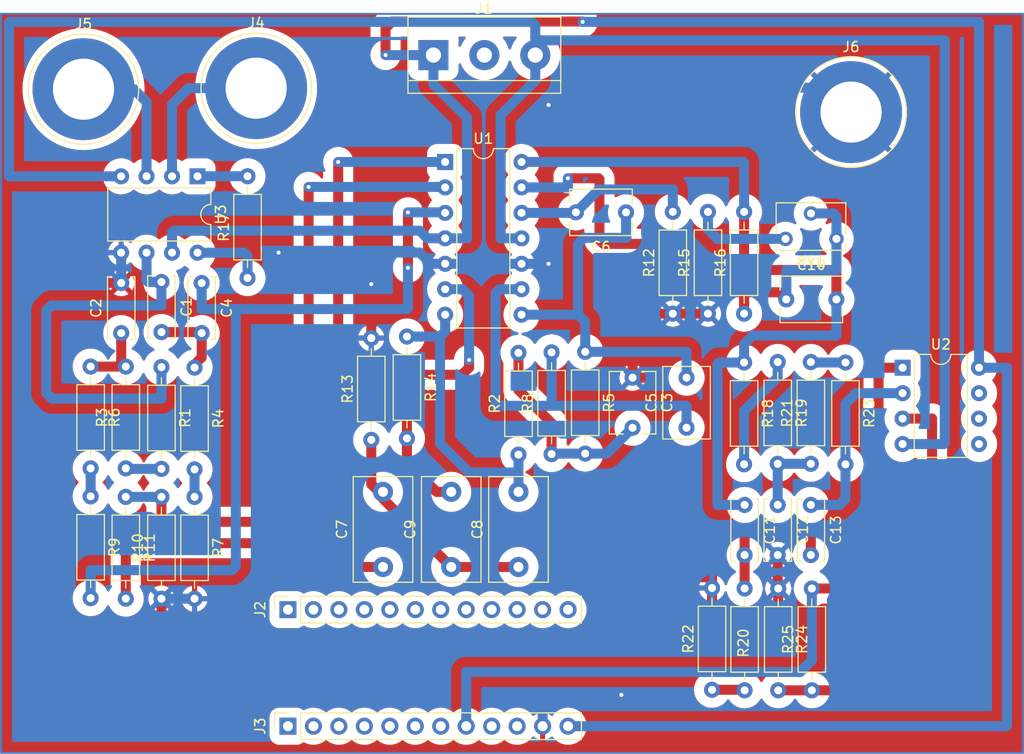
<source format=kicad_pcb>
(kicad_pcb (version 20211014) (generator pcbnew)
  (layers (0 "F.Cu" signal) (31 "B.Cu" signal) (34 "B.Paste" user) (35 "F.Paste" user) (36 "B.SilkS" user "B.Silkscreen") (37 "F.SilkS" user "F.Silkscreen") (38 "B.Mask" user) (39 "F.Mask" user) (44 "Edge.Cuts" user))
  (net 0 "")
  (net 1 "/Entrada")
  (net 2 "Net-(C1-Pad2)")
  (net 3 "Net-(C2-Pad1)")
  (net 4 "GND")
  (net 5 "/Notch1")
  (net 6 "/HPF")
  (net 7 "Net-(C7-Pad2)")
  (net 8 "/LPF")
  (net 9 "Net-(C9-Pad2)")
  (net 10 "Net-(C10-Pad1)")
  (net 11 "/HPF2")
  (net 12 "Net-(C11-Pad2)")
  (net 13 "Net-(C12-Pad1)")
  (net 14 "Net-(C13-Pad1)")
  (net 15 "/V+")
  (net 16 "/V-")
  (net 26 "Net-(R4-Pad2)")
  (net 27 "Net-(R17-Pad2)")
  (net 28 "/Salida")
  (net 41 "/Entrada1")
  (net 42 "/Entrada2")
  (net 43 "Net-(R1-Pad2)")
  (net 44 "Net-(R20-Pad2)")
  (net 45 "Net-(R21-Pad2)")
  (net 46 "Net-(R24-Pad2)")
  (net 48 "Net-(C3-Pad2)")
  (net 49 "Net-(C4-Pad1)")
  (net 50 "Net-(C5-Pad1)")
  (net 51 "Net-(C6-Pad2)")
  (net 52 "Net-(R6-Pad2)")
  (net 53 "Net-(R10-Pad2)")
  (net 54 "Net-(R15-Pad2)")
  (net 55 "Net-(R17-Pad1)")
  (net 56 "Net-(R18-Pad2)")
  (footprint "Capacitor_THT:C_Disc_D6.0mm_W4.4mm_P5.00mm" (layer "F.Cu") (at 83.0072 111.9016 -90)
    (fp_text reference "C3")
    (fp_text value "C")
  )
  (footprint "Resistor_THT:R_Axial_DIN0207_L6.3mm_D2.5mm_P10.16mm_Horizontal" (layer "F.Cu") (at 100.8888 143.1036 90)
    (fp_text reference "R25")
    (fp_text value "R")
  )
  (footprint "Package_DIP:DIP-14_W7.62mm" (layer "F.Cu") (at 64.3128 90.3732)
    (fp_text reference "U1")
    (fp_text value "LM324")
  )
  (footprint "Resistor_THT:R_Axial_DIN0207_L6.3mm_D2.5mm_P10.16mm_Horizontal" (layer "F.Cu") (at 94.1324 110.3884 -90)
    (fp_text reference "R18")
    (fp_text value "R")
  )
  (footprint "Connector_PinSocket_2.54mm:PinSocket_1x12_P2.54mm_Vertical" (layer "F.Cu") (at 48.6356 146.6854 90)
    (fp_text reference "J3")
    (fp_text value "Conn_01x12_Female")
  )
  (footprint "Resistor_THT:R_Axial_DIN0207_L6.3mm_D2.5mm_P10.16mm_Horizontal" (layer "F.Cu") (at 94.1324 105.5116 90)
    (fp_text reference "R16")
    (fp_text value "R")
  )
  (footprint "Resistor_THT:R_Axial_DIN0207_L6.3mm_D2.5mm_P10.16mm_Horizontal" (layer "F.Cu") (at 36.0172 110.8456 -90)
    (fp_text reference "R1")
    (fp_text value "R")
  )
  (footprint "Capacitor_THT:C_Disc_D6.0mm_W2.5mm_P5.00mm" (layer "F.Cu") (at 97.4852 124.6016 -90)
    (fp_text reference "C12")
    (fp_text value "C")
  )
  (footprint "Capacitor_THT:C_Disc_D6.0mm_W2.5mm_P5.00mm" (layer "F.Cu") (at 40.0304 102.4528 -90)
    (fp_text reference "C4")
    (fp_text value "C")
  )
  (footprint "Resistor_THT:R_Axial_DIN0207_L6.3mm_D2.5mm_P10.16mm_Horizontal" (layer "F.Cu") (at 94.1832 132.9436 -90)
    (fp_text reference "R20")
    (fp_text value "4M7")
  )
  (footprint "Capacitor_THT:C_Rect_L10.3mm_W5.7mm_P7.50mm_MKS4" (layer "F.Cu") (at 71.628 130.7958 90)
    (fp_text reference "C8")
    (fp_text value "C")
  )
  (footprint "Resistor_THT:R_Axial_DIN0207_L6.3mm_D2.5mm_P10.16mm_Horizontal" (layer "F.Cu") (at 87.0204 105.5116 90)
    (fp_text reference "R12")
    (fp_text value "R")
  )
  (footprint "Resistor_THT:R_Axial_DIN0207_L6.3mm_D2.5mm_P10.16mm_Horizontal" (layer "F.Cu") (at 97.4852 110.3376 -90)
    (fp_text reference "R19")
    (fp_text value "R")
  )
  (footprint "Capacitor_THT:C_Disc_D6.0mm_W4.4mm_P5.00mm" (layer "F.Cu") (at 82.3576 95.4024 180)
    (fp_text reference "C6")
    (fp_text value "C")
  )
  (footprint "Package_DIP:DIP-8_W7.62mm" (layer "F.Cu") (at 109.9412 110.9064)
    (fp_text reference "U2")
    (fp_text value "LM358")
  )
  (footprint "TerminalBlock:TerminalBlock_bornier-3_P5.08mm" (layer "F.Cu") (at 63.1444 79.7052)
    (fp_text reference "J1")
    (fp_text value "Screw_Terminal_01x03")
  )
  (footprint "Resistor_THT:R_Axial_DIN0207_L6.3mm_D2.5mm_P10.16mm_Horizontal" (layer "F.Cu") (at 39.3192 123.7996 -90)
    (fp_text reference "R7")
    (fp_text value "1M2")
  )
  (footprint "Resistor_THT:R_Axial_DIN0207_L6.3mm_D2.5mm_P10.16mm_Horizontal" (layer "F.Cu") (at 71.628 119.5832 90)
    (fp_text reference "R2")
    (fp_text value "R")
  )
  (footprint "Resistor_THT:R_Axial_DIN0207_L6.3mm_D2.5mm_P10.16mm_Horizontal" (layer "F.Cu") (at 90.932 143.0528 90)
    (fp_text reference "R22")
    (fp_text value "1M2")
  )
  (footprint "Resistor_THT:R_Axial_DIN0207_L6.3mm_D2.5mm_P10.16mm_Horizontal" (layer "F.Cu") (at 104.2416 110.3884 -90)
    (fp_text reference "R23")
    (fp_text value "R")
  )
  (footprint "Capacitor_THT:C_Disc_D6.0mm_W4.4mm_P5.00mm" (layer "F.Cu") (at 98.338 104.0892)
    (fp_text reference "C10")
    (fp_text value "C")
  )
  (footprint "Resistor_THT:R_Axial_DIN0207_L6.3mm_D2.5mm_P10.16mm_Horizontal" (layer "F.Cu") (at 60.5028 107.7976 -90)
    (fp_text reference "R14")
    (fp_text value "R")
  )
  (footprint "Capacitor_THT:C_Rect_L10.3mm_W5.7mm_P7.50mm_MKS4" (layer "F.Cu") (at 58.1152 130.7958 90)
    (fp_text reference "C7")
    (fp_text value "C")
  )
  (footprint "Capacitor_THT:C_Rect_L7.0mm_W4.5mm_P5.00mm" (layer "F.Cu") (at 88.392 116.9016 90)
    (fp_text reference "C5")
    (fp_text value "C")
  )
  (footprint "Connector:Banana_Jack_1Pin" (layer "F.Cu") (at 28.2448 83.1088)
    (fp_text reference "J5")
    (fp_text value "Conn_01x01_Female")
  )
  (footprint "Resistor_THT:R_Axial_DIN0207_L6.3mm_D2.5mm_P10.16mm_Horizontal" (layer "F.Cu") (at 56.9468 118.11 90)
    (fp_text reference "R13")
    (fp_text value "R")
  )
  (footprint "Capacitor_THT:C_Disc_D6.0mm_W2.5mm_P5.00mm" (layer "F.Cu") (at 36.0172 102.3512 -90)
    (fp_text reference "C1")
    (fp_text value "C")
  )
  (footprint "Connector_PinSocket_2.54mm:PinSocket_1x12_P2.54mm_Vertical" (layer "F.Cu") (at 48.6356 135.0522 90)
    (fp_text reference "J2")
    (fp_text value "Conn_01x12_Female")
  )
  (footprint "Resistor_THT:R_Axial_DIN0207_L6.3mm_D2.5mm_P10.16mm_Horizontal" (layer "F.Cu") (at 28.956 110.7948 -90)
    (fp_text reference "R6")
    (fp_text value "R")
  )
  (footprint "Resistor_THT:R_Axial_DIN0207_L6.3mm_D2.5mm_P10.16mm_Horizontal" (layer "F.Cu") (at 90.5256 105.5116 90)
    (fp_text reference "R15")
    (fp_text value "R")
  )
  (footprint "Resistor_THT:R_Axial_DIN0207_L6.3mm_D2.5mm_P10.16mm_Horizontal" (layer "F.Cu") (at 39.3192 110.8964 -90)
    (fp_text reference "R4")
    (fp_text value "4M7")
  )
  (footprint "Resistor_THT:R_Axial_DIN0207_L6.3mm_D2.5mm_P10.16mm_Horizontal" (layer "F.Cu") (at 28.956 123.7488 -90)
    (fp_text reference "R9")
    (fp_text value "R")
  )
  (footprint "Resistor_THT:R_Axial_DIN0207_L6.3mm_D2.5mm_P10.16mm_Horizontal" (layer "F.Cu") (at 44.6024 101.9556 90)
    (fp_text reference "R17")
    (fp_text value "R")
  )
  (footprint "Capacitor_THT:C_Disc_D6.0mm_W2.5mm_P5.00mm" (layer "F.Cu") (at 32.004 107.4528 90)
    (fp_text reference "C2")
    (fp_text value "C")
  )
  (footprint "Connector:Banana_Jack_1Pin" (layer "F.Cu") (at 45.466 83.0072)
    (fp_text reference "J4")
    (fp_text value "Conn_01x01_Female")
  )
  (footprint "Resistor_THT:R_Axial_DIN0207_L6.3mm_D2.5mm_P10.16mm_Horizontal" (layer "F.Cu") (at 32.4612 123.7996 -90)
    (fp_text reference "R11")
    (fp_text value "R")
  )
  (footprint "Connector:Banana_Jack_1Pin" (layer "F.Cu") (at 104.8004 85.3948)
    (fp_text reference "J6")
    (fp_text value "Conn_01x01_Female")
  )
  (footprint "Capacitor_THT:C_Disc_D6.0mm_W2.5mm_P5.00mm" (layer "F.Cu") (at 94.1832 124.6016 -90)
    (fp_text reference "C11")
    (fp_text value "C")
  )
  (footprint "Resistor_THT:R_Axial_DIN0207_L6.3mm_D2.5mm_P10.16mm_Horizontal" (layer "F.Cu") (at 97.536 132.9436 -90)
    (fp_text reference "R24")
    (fp_text value "R")
  )
  (footprint "Capacitor_THT:C_Rect_L10.3mm_W5.7mm_P7.50mm_MKS4" (layer "F.Cu") (at 64.9224 130.7958 90)
    (fp_text reference "C9")
    (fp_text value "C")
  )
  (footprint "Resistor_THT:R_Axial_DIN0207_L6.3mm_D2.5mm_P10.16mm_Horizontal" (layer "F.Cu") (at 32.4612 120.9548 90)
    (fp_text reference "R3")
    (fp_text value "R")
  )
  (footprint "Potentiometer_THT:Potentiometer_Bourns_3266W_Vertical" (layer "F.Cu") (at 98.2622 98.0498 180)
    (fp_text reference "RV1")
    (fp_text value "R_Potentiometer")
  )
  (footprint "Resistor_THT:R_Axial_DIN0207_L6.3mm_D2.5mm_P10.16mm_Horizontal" (layer "F.Cu") (at 36.0172 133.9596 90)
    (fp_text reference "R10")
    (fp_text value "R")
  )
  (footprint "Package_DIP:DIP-8_W7.62mm" (layer "F.Cu") (at 39.614 91.8056 -90)
    (fp_text reference "U3")
    (fp_text value "AD620")
  )
  (footprint "Resistor_THT:R_Axial_DIN0207_L6.3mm_D2.5mm_P10.16mm_Horizontal" (layer "F.Cu") (at 100.7872 120.4976 90)
    (fp_text reference "R21")
    (fp_text value "R")
  )
  (footprint "Resistor_THT:R_Axial_DIN0207_L6.3mm_D2.5mm_P10.16mm_Horizontal" (layer "F.Cu") (at 74.93 119.5324 90)
    (fp_text reference "R8")
    (fp_text value "R")
  )
  (footprint "Capacitor_THT:C_Disc_D6.0mm_W2.5mm_P5.00mm" (layer "F.Cu") (at 100.7872 124.6016 -90)
    (fp_text reference "C13")
    (fp_text value "C")
  )
  (footprint "Resistor_THT:R_Axial_DIN0207_L6.3mm_D2.5mm_P10.16mm_Horizontal" (layer "F.Cu") (at 78.2828 109.3216 -90)
    (fp_text reference "R5")
    (fp_text value "R")
  )
  (gr_rect (start 20.0152 75.5904) (end 121.9708 149.352) (layer "B.Cu") (width 0.2) (fill none))
  (segment (start 36.0172 113.9952) (end 25.0952 113.9952) (width 1) (layer "B.Cu") (net 1))
  (segment (start 36.0172 104.6988) (end 25.0444 104.6988) (width 1) (layer "B.Cu") (net 1))
  (segment (start 36.0172 102.3512) (end 34.7072 102.3512) (width 1) (layer "B.Cu") (net 1))
  (segment (start 25.0444 104.6988) (end 24.5364 105.2068) (width 1) (layer "B.Cu") (net 1))
  (segment (start 25.0952 113.9952) (end 24.5364 113.4364) (width 1) (layer "B.Cu") (net 1))
  (segment (start 24.5364 105.2068) (end 24.5364 113.4364) (width 1) (layer "B.Cu") (net 1))
  (segment (start 36.0172 102.3512) (end 36.0172 104.6988) (width 1) (layer "B.Cu") (net 1))
  (segment (start 34.534 102.178) (end 34.534 99.4256) (width 1) (layer "B.Cu") (net 1))
  (segment (start 36.0172 110.8456) (end 36.0172 113.9952) (width 1) (layer "B.Cu") (net 1))
  (segment (start 34.7072 102.3512) (end 34.534 102.178) (width 1) (layer "B.Cu") (net 1))
  (segment (start 39.3192 110.5916) (end 40.0304 109.8804) (width 1) (layer "F.Cu") (net 2))
  (segment (start 39.9288 107.3512) (end 40.0304 107.4528) (width 1) (layer "F.Cu") (net 2))
  (segment (start 39.3192 110.8964) (end 39.3192 110.5916) (width 1) (layer "F.Cu") (net 2))
  (segment (start 36.0172 107.3512) (end 39.9288 107.3512) (width 1) (layer "F.Cu") (net 2))
  (segment (start 40.0304 109.8804) (end 40.0304 107.4528) (width 1) (layer "F.Cu") (net 2))
  (segment (start 32.004 110.3376) (end 32.4612 110.7948) (width 1) (layer "F.Cu") (net 3))
  (segment (start 32.004 107.4528) (end 32.004 110.3376) (width 1) (layer "F.Cu") (net 3))
  (segment (start 32.4612 110.7948) (end 28.956 110.7948) (width 1) (layer "F.Cu") (net 3))
  (segment (start 22.0072 136.5104) (end 22.8092 137.3124) (width 1) (layer "F.Cu") (net 4))
  (segment (start 85.9028 131.826) (end 85.9028 111.9124) (width 1) (layer "F.Cu") (net 4))
  (segment (start 74.6252 100.5332) (end 74.6252 84.6836) (width 1) (layer "F.Cu") (net 4))
  (segment (start 35.4584 137.3124) (end 36.0172 136.7536) (width 1) (layer "F.Cu") (net 4))
  (segment (start 47.7012 97.2312) (end 47.1932 96.7232) (width 1) (layer "F.Cu") (net 4))
  (segment (start 97.4852 132.8928) (end 97.536 132.9436) (width 1) (layer "F.Cu") (net 4))
  (segment (start 90.932 136.1948) (end 91.1352 136.398) (width 1) (layer "F.Cu") (net 4))
  (segment (start 82.042 131.826) (end 85.9028 131.826) (width 1) (layer "F.Cu") (net 4))
  (segment (start 90.932 131.826) (end 85.9028 131.826) (width 1) (layer "F.Cu") (net 4))
  (segment (start 82.1944 100.5332) (end 74.6252 100.5332) (width 1) (layer "F.Cu") (net 4))
  (segment (start 83.0072 101.346) (end 82.1944 100.5332) (width 1) (layer "F.Cu") (net 4))
  (segment (start 22.0072 102.4528) (end 22.0072 136.5104) (width 1) (layer "F.Cu") (net 4))
  (segment (start 83.0072 105.3084) (end 83.0072 101.346) (width 1) (layer "F.Cu") (net 4))
  (segment (start 22.8092 137.3124) (end 35.4584 137.3124) (width 1) (layer "F.Cu") (net 4))
  (segment (start 47.1932 96.7232) (end 28.6004 96.7232) (width 1) (layer "F.Cu") (net 4))
  (segment (start 97.536 135.8392) (end 97.536 132.9436) (width 1) (layer "F.Cu") (net 4))
  (segment (start 83.2104 105.5116) (end 83.0072 105.3084) (width 1) (layer "F.Cu") (net 4))
  (segment (start 32.004 102.4528) (end 27.9508 102.4528) (width 1) (layer "F.Cu") (net 4))
  (segment (start 36.0172 136.7536) (end 36.0172 133.9596) (width 1) (layer "F.Cu") (net 4))
  (segment (start 56.9468 107.95) (end 56.9468 102.5652) (width 1) (layer "F.Cu") (net 4))
  (segment (start 47.7012 99.4156) (end 47.7012 97.2312) (width 1) (layer "F.Cu") (net 4))
  (segment (start 85.892 111.9016) (end 85.9028 111.9124) (width 1) (layer "F.Cu") (net 4))
  (segment (start 28.6004 96.7232) (end 27.9508 97.3728) (width 1) (layer "F.Cu") (net 4))
  (segment (start 83.0072 111.9016) (end 83.0072 105.3084) (width 1) (layer "F.Cu") (net 4))
  (segment (start 90.932 132.8928) (end 90.932 131.826) (width 1) (layer "F.Cu") (net 4))
  (segment (start 97.4852 129.6016) (end 97.4852 132.8928) (width 1) (layer "F.Cu") (net 4))
  (segment (start 81.8896 143.5608) (end 81.8896 131.9784) (width 1) (layer "F.Cu") (net 4))
  (segment (start 90.932 132.8928) (end 90.932 136.1948) (width 1) (layer "F.Cu") (net 4))
  (segment (start 27.9508 97.3728) (end 27.9508 102.4528) (width 1) (layer "F.Cu") (net 4))
  (segment (start 83.0072 111.9016) (end 85.892 111.9016) (width 1) (layer "F.Cu") (net 4))
  (segment (start 27.9508 102.4528) (end 22.0072 102.4528) (width 1) (layer "F.Cu") (net 4))
  (segment (start 81.8896 131.9784) (end 82.042 131.826) (width 1) (layer "F.Cu") (net 4))
  (segment (start 91.1352 136.398) (end 96.9772 136.398) (width 1) (layer "F.Cu") (net 4))
  (segment (start 90.5256 105.5116) (end 83.2104 105.5116) (width 1) (layer "F.Cu") (net 4))
  (segment (start 96.9772 136.398) (end 97.536 135.8392) (width 1) (layer "F.Cu") (net 4))
  (via (at 74.6252 100.5332) (size 0.8) (drill 0.4) (layers "F.Cu" "B.Cu") (net 4))
  (via (at 56.9468 102.5652) (size 0.8) (drill 0.4) (layers "F.Cu" "B.Cu") (net 4))
  (via (at 74.6252 84.6836) (size 0.8) (drill 0.4) (layers "F.Cu" "B.Cu") (net 4))
  (via (at 47.7012 99.4156) (size 0.8) (drill 0.4) (layers "F.Cu" "B.Cu") (net 4))
  (via (at 81.8896 143.5608) (size 0.8) (drill 0.4) (layers "F.Cu" "B.Cu") (net 4))
  (segment (start 74.0556 143.5608) (end 81.8896 143.5608) (width 1) (layer "B.Cu") (net 4))
  (segment (start 71.9328 100.5332) (end 74.6252 100.5332) (width 1) (layer "B.Cu") (net 4))
  (segment (start 104.8004 85.3948) (end 102.362 82.9564) (width 1) (layer "B.Cu") (net 4))
  (segment (start 57.15 99.4156) (end 47.7012 99.4156) (width 1) (layer "B.Cu") (net 4))
  (segment (start 62.8904 100.5332) (end 61.7728 99.4156) (width 1) (layer "B.Cu") (net 4))
  (segment (start 32.004 102.4528) (end 32.004 99.4356) (width 1) (layer "B.Cu") (net 4))
  (segment (start 36.0172 133.9596) (end 39.3192 133.9596) (width 1) (layer "B.Cu") (net 4))
  (segment (start 56.9468 102.5652) (end 56.9468 99.6188) (width 1) (layer "B.Cu") (net 4))
  (segment (start 74.0356 143.5808) (end 74.0556 143.5608) (width 1) (layer "B.Cu") (net 4))
  (segment (start 76.3524 82.9564) (end 74.6252 84.6836) (width 1) (layer "B.Cu") (net 4))
  (segment (start 56.9468 99.6188) (end 57.15 99.4156) (width 1) (layer "B.Cu") (net 4))
  (segment (start 68.2244 100.5332) (end 64.3128 100.5332) (width 1) (layer "B.Cu") (net 4))
  (segment (start 74.0356 146.6854) (end 74.0356 143.5808) (width 1) (layer "B.Cu") (net 4))
  (segment (start 64.3128 100.5332) (end 62.8904 100.5332) (width 1) (layer "B.Cu") (net 4))
  (segment (start 61.7728 99.4156) (end 57.15 99.4156) (width 1) (layer "B.Cu") (net 4))
  (segment (start 32.004 99.4356) (end 31.994 99.4256) (width 1) (layer "B.Cu") (net 4))
  (segment (start 102.362 82.9564) (end 76.3524 82.9564) (width 1) (layer "B.Cu") (net 4))
  (segment (start 71.9328 100.5332) (end 68.2244 100.5332) (width 1) (layer "B.Cu") (net 4))
  (segment (start 53.6448 128.0668) (end 53.2892 128.4224) (width 1) (layer "F.Cu") (net 5))
  (segment (start 53.6448 130.6068) (end 53.6448 128.0668) (width 1) (layer "F.Cu") (net 5))
  (segment (start 53.2892 128.4224) (end 32.5628 128.4224) (width 1) (layer "F.Cu") (net 5))
  (segment (start 53.6448 90.3732) (end 53.6448 128.0668) (width 1) (layer "F.Cu") (net 5))
  (segment (start 32.5628 128.4224) (end 32.4612 128.524) (width 1) (layer "F.Cu") (net 5))
  (segment (start 32.4612 128.524) (end 32.4612 133.9596) (width 1) (layer "F.Cu") (net 5))
  (segment (start 53.8338 130.7958) (end 53.6448 130.6068) (width 1) (layer "F.Cu") (net 5))
  (segment (start 58.1152 130.7958) (end 53.8338 130.7958) (width 1) (layer "F.Cu") (net 5))
  (via (at 53.6448 90.3732) (size 0.8) (drill 0.4) (layers "F.Cu" "B.Cu") (net 5))
  (segment (start 53.6448 90.3732) (end 64.3128 90.3732) (width 1) (layer "B.Cu") (net 5))
  (segment (start 71.628 123.2958) (end 71.628 120.65) (width 1) (layer "B.Cu") (net 6))
  (segment (start 71.628 120.65) (end 71.628 119.5832) (width 1) (layer "B.Cu") (net 6))
  (segment (start 64.3128 107.2896) (end 64.3128 105.6132) (width 1) (layer "B.Cu") (net 6))
  (segment (start 66.7004 121.3612) (end 71.628 121.3612) (width 1) (layer "B.Cu") (net 6))
  (segment (start 60.5028 107.7976) (end 63.8048 107.7976) (width 1) (layer "B.Cu") (net 6))
  (segment (start 63.8048 107.7976) (end 63.8048 118.4656) (width 1) (layer "B.Cu") (net 6))
  (segment (start 63.8048 107.7976) (end 64.3128 107.2896) (width 1) (layer "B.Cu") (net 6))
  (segment (start 63.8048 118.4656) (end 66.7004 121.3612) (width 1) (layer "B.Cu") (net 6))
  (segment (start 71.628 121.3612) (end 71.628 120.65) (width 1) (layer "B.Cu") (net 6))
  (segment (start 58.1152 123.9886) (end 58.1152 123.2958) (width 1) (layer "F.Cu") (net 7))
  (segment (start 64.9224 130.7958) (end 58.1152 123.9886) (width 1) (layer "F.Cu") (net 7))
  (segment (start 71.628 130.7958) (end 64.9224 130.7958) (width 1) (layer "F.Cu") (net 7))
  (segment (start 58.1152 123.2958) (end 57.713 123.2958) (width 1) (layer "F.Cu") (net 7))
  (segment (start 56.9468 122.5296) (end 56.9468 118.11) (width 1) (layer "F.Cu") (net 7))
  (segment (start 57.713 123.2958) (end 56.9468 122.5296) (width 1) (layer "F.Cu") (net 7))
  (segment (start 82.3576 95.4024) (end 82.3576 97.9024) (width 1) (layer "B.Cu") (net 8))
  (segment (start 88.392 109.3216) (end 78.2828 109.3216) (width 1) (layer "B.Cu") (net 8))
  (segment (start 82.3576 97.9024) (end 82.3976 97.9424) (width 1) (layer "B.Cu") (net 8))
  (segment (start 71.9328 105.6132) (end 77.5716 105.6132) (width 1) (layer "B.Cu") (net 8))
  (segment (start 88.392 111.9016) (end 88.392 109.3216) (width 1) (layer "B.Cu") (net 8))
  (segment (start 78.1812 97.9424) (end 82.3976 97.9424) (width 1) (layer "B.Cu") (net 8))
  (segment (start 77.5716 105.6132) (end 77.5716 98.552) (width 1) (layer "B.Cu") (net 8))
  (segment (start 77.5716 98.552) (end 78.1812 97.9424) (width 1) (layer "B.Cu") (net 8))
  (segment (start 77.5716 105.6132) (end 78.2828 106.3244) (width 1) (layer "B.Cu") (net 8))
  (segment (start 78.2828 106.3244) (end 78.2828 109.3216) (width 1) (layer "B.Cu") (net 8))
  (segment (start 64.9224 123.2958) (end 63.4534 123.2958) (width 1) (layer "F.Cu") (net 9))
  (segment (start 63.4534 123.2958) (end 60.5028 120.3452) (width 1) (layer "F.Cu") (net 9))
  (segment (start 65.9892 111.6076) (end 60.96 111.6076) (width 1) (layer "F.Cu") (net 9))
  (segment (start 60.96 111.6076) (end 60.5028 112.0648) (width 1) (layer "F.Cu") (net 9))
  (segment (start 60.5028 112.0648) (end 60.5028 117.9576) (width 1) (layer "F.Cu") (net 9))
  (segment (start 65.9892 111.6076) (end 66.7004 110.8964) (width 1) (layer "F.Cu") (net 9))
  (segment (start 60.5028 120.3452) (end 60.5028 117.9576) (width 1) (layer "F.Cu") (net 9))
  (segment (start 66.7004 110.8964) (end 66.7004 110.1344) (width 1) (layer "F.Cu") (net 9))
  (via (at 66.7004 110.1344) (size 0.8) (drill 0.4) (layers "F.Cu" "B.Cu") (net 9))
  (segment (start 66.7004 103.7336) (end 66.04 103.0732) (width 1) (layer "B.Cu") (net 9))
  (segment (start 66.7004 110.1344) (end 66.7004 103.7336) (width 1) (layer "B.Cu") (net 9))
  (segment (start 66.04 103.0732) (end 64.3128 103.0732) (width 1) (layer "B.Cu") (net 9))
  (segment (start 98.338 104.0892) (end 97.6268 103.378) (width 1) (layer "F.Cu") (net 10))
  (segment (start 79.7052 98.1456) (end 79.7052 92.1004) (width 1) (layer "F.Cu") (net 10))
  (segment (start 94.1324 105.5116) (end 94.1324 103.4796) (width 1) (layer "F.Cu") (net 10))
  (segment (start 94.1324 103.4796) (end 94.0308 103.378) (width 1) (layer "F.Cu") (net 10))
  (segment (start 85.5472 98.552) (end 80.1116 98.552) (width 1) (layer "F.Cu") (net 10))
  (segment (start 94.1324 103.378) (end 94.1324 105.5116) (width 1) (layer "F.Cu") (net 10))
  (segment (start 79.6036 91.9988) (end 76.5556 91.9988) (width 1) (layer "F.Cu") (net 10))
  (segment (start 97.6268 103.378) (end 94.1324 103.378) (width 1) (layer "F.Cu") (net 10))
  (segment (start 85.5472 103.378) (end 85.5472 98.552) (width 1) (layer "F.Cu") (net 10))
  (segment (start 79.7052 92.1004) (end 79.6036 91.9988) (width 1) (layer "F.Cu") (net 10))
  (segment (start 80.1116 98.552) (end 79.7052 98.1456) (width 1) (layer "F.Cu") (net 10))
  (segment (start 94.0308 103.378) (end 85.5472 103.378) (width 1) (layer "F.Cu") (net 10))
  (via (at 76.5556 91.9988) (size 0.8) (drill 0.4) (layers "F.Cu" "B.Cu") (net 10))
  (segment (start 103.3422 98.0498) (end 103.3422 95.8238) (width 1) (layer "B.Cu") (net 10))
  (segment (start 103.0282 95.5098) (end 100.8022 95.5098) (width 1) (layer "B.Cu") (net 10))
  (segment (start 98.338 104.0892) (end 98.3488 104.0784) (width 1) (layer "B.Cu") (net 10))
  (segment (start 98.3488 104.0784) (end 98.3488 101.1936) (width 1) (layer "B.Cu") (net 10))
  (segment (start 103.3422 95.8238) (end 103.0282 95.5098) (width 1) (layer "B.Cu") (net 10))
  (segment (start 76.5556 91.9988) (end 76.5556 92.9132) (width 1) (layer "B.Cu") (net 10))
  (segment (start 98.3488 101.1936) (end 103.3422 101.1936) (width 1) (layer "B.Cu") (net 10))
  (segment (start 76.5556 92.9132) (end 71.9328 92.9132) (width 1) (layer "B.Cu") (net 10))
  (segment (start 103.3422 101.1936) (end 103.3422 98.0498) (width 1) (layer "B.Cu") (net 10))
  (segment (start 103.338 101.1536) (end 94.1216 101.1536) (width 1) (layer "F.Cu") (net 11))
  (segment (start 103.338 104.0892) (end 103.338 101.1536) (width 1) (layer "F.Cu") (net 11))
  (segment (start 94.1216 101.1536) (end 94.1324 101.1428) (width 1) (layer "F.Cu") (net 11))
  (segment (start 94.1324 101.1428) (end 94.1324 95.3516) (width 1) (layer "F.Cu") (net 11))
  (segment (start 94.1324 110.3884) (end 94.1324 108.5596) (width 1) (layer "B.Cu") (net 11))
  (segment (start 91.6432 110.3884) (end 91.4908 110.5408) (width 1) (layer "B.Cu") (net 11))
  (segment (start 94.0816 90.3732) (end 71.9328 90.3732) (width 1) (layer "B.Cu") (net 11))
  (segment (start 103.3272 107.696) (end 103.338 107.6852) (width 1) (layer "B.Cu") (net 11))
  (segment (start 91.4908 110.5408) (end 91.4908 124.6016) (width 1) (layer "B.Cu") (net 11))
  (segment (start 94.1324 110.3884) (end 91.6432 110.3884) (width 1) (layer "B.Cu") (net 11))
  (segment (start 103.338 107.6852) (end 103.338 104.0892) (width 1) (layer "B.Cu") (net 11))
  (segment (start 94.1324 95.3516) (end 94.1324 90.424) (width 1) (layer "B.Cu") (net 11))
  (segment (start 94.996 107.696) (end 103.3272 107.696) (width 1) (layer "B.Cu") (net 11))
  (segment (start 94.1324 90.424) (end 94.0816 90.3732) (width 1) (layer "B.Cu") (net 11))
  (segment (start 91.4908 124.6016) (end 94.1832 124.6016) (width 1) (layer "B.Cu") (net 11))
  (segment (start 94.1324 108.5596) (end 94.996 107.696) (width 1) (layer "B.Cu") (net 11))
  (segment (start 100.7872 129.6016) (end 100.7872 127.3556) (width 1) (layer "F.Cu") (net 12))
  (segment (start 94.1832 132.9436) (end 94.1832 129.6016) (width 1) (layer "F.Cu") (net 12))
  (segment (start 94.5388 127.3556) (end 100.7872 127.3556) (width 1) (layer "F.Cu") (net 12))
  (segment (start 94.1832 127.7112) (end 94.5388 127.3556) (width 1) (layer "F.Cu") (net 12))
  (segment (start 94.1832 129.6016) (end 94.1832 127.7112) (width 1) (layer "F.Cu") (net 12))
  (segment (start 97.4852 124.6016) (end 97.4852 120.4976) (width 1) (layer "B.Cu") (net 13))
  (segment (start 97.4852 120.4976) (end 100.7872 120.4976) (width 1) (layer "B.Cu") (net 13))
  (segment (start 104.2416 124.0028) (end 104.2416 120.5484) (width 1) (layer "B.Cu") (net 14))
  (segment (start 105.2984 113.4464) (end 104.2416 114.5032) (width 1) (layer "B.Cu") (net 14))
  (segment (start 104.2416 114.5032) (end 104.2416 120.5484) (width 1) (layer "B.Cu") (net 14))
  (segment (start 109.9412 113.4464) (end 105.2984 113.4464) (width 1) (layer "B.Cu") (net 14))
  (segment (start 100.7872 124.6016) (end 103.6428 124.6016) (width 1) (layer "B.Cu") (net 14))
  (segment (start 103.6428 124.6016) (end 104.2416 124.0028) (width 1) (layer "B.Cu") (net 14))
  (segment (start 77.99128 76.3524) (end 59.0296 76.3524) (width 1) (layer "F.Cu") (net 15))
  (segment (start 59.0296 76.3524) (end 58.3692 77.0128) (width 1) (layer "F.Cu") (net 15))
  (segment (start 58.3692 77.0128) (end 58.3692 79.7052) (width 1) (layer "F.Cu") (net 15))
  (segment (start 78.0288 76.38992) (end 77.99128 76.3524) (width 1) (layer "F.Cu") (net 15))
  (via (at 78.0288 76.38992) (size 0.8) (drill 0.4) (layers "F.Cu" "B.Cu") (net 15))
  (via (at 58.3692 79.7052) (size 0.8) (drill 0.4) (layers "F.Cu" "B.Cu") (net 15))
  (segment (start 66.4972 85.9536) (end 63.1444 82.6008) (width 1) (layer "B.Cu") (net 15))
  (segment (start 117.5612 110.9064) (end 120.3552 110.9064) (width 1) (layer "B.Cu") (net 15))
  (segment (start 61.7728 97.2312) (end 37.2872 97.2312) (width 1) (layer "B.Cu") (net 15))
  (segment (start 117.5612 110.9064) (end 117.5612 76.38992) (width 1) (layer "B.Cu") (net 15))
  (segment (start 66.4972 97.9932) (end 66.4972 85.9536) (width 1) (layer "B.Cu") (net 15))
  (segment (start 120.3552 146.5988) (end 120.2686 146.6854) (width 1) (layer "B.Cu") (net 15))
  (segment (start 120.2686 146.6854) (end 76.5756 146.6854) (width 1) (layer "B.Cu") (net 15))
  (segment (start 58.3692 79.7052) (end 63.1444 79.7052) (width 1) (layer "B.Cu") (net 15))
  (segment (start 63.1444 82.6008) (end 63.1444 79.7052) (width 1) (layer "B.Cu") (net 15))
  (segment (start 37.074 97.4444) (end 37.074 99.4256) (width 1) (layer "B.Cu") (net 15))
  (segment (start 37.2872 97.2312) (end 37.074 97.4444) (width 1) (layer "B.Cu") (net 15))
  (segment (start 64.3128 97.9932) (end 66.4972 97.9932) (width 1) (layer "B.Cu") (net 15))
  (segment (start 64.3128 97.9932) (end 62.5348 97.9932) (width 1) (layer "B.Cu") (net 15))
  (segment (start 117.5612 76.38992) (end 78.0288 76.38992) (width 1) (layer "B.Cu") (net 15))
  (segment (start 120.3552 110.9064) (end 120.3552 146.5988) (width 1) (layer "B.Cu") (net 15))
  (segment (start 62.5348 97.9932) (end 61.7728 97.2312) (width 1) (layer "B.Cu") (net 15))
  (segment (start 73.3044 79.7052) (end 73.3044 77.8764) (width 1) (layer "B.Cu") (net 16))
  (segment (start 31.994 91.8056) (end 20.838 91.8056) (width 1) (layer "B.Cu") (net 16))
  (segment (start 20.81472 76.454) (end 20.81472 91.50408) (width 1) (layer "B.Cu") (net 16))
  (segment (start 71.9328 97.9932) (end 69.85 97.9932) (width 1) (layer "B.Cu") (net 16))
  (segment (start 109.9412 118.5264) (end 114.036 118.5264) (width 1) (layer "B.Cu") (net 16))
  (segment (start 20.81472 91.78232) (end 20.81472 91.50408) (width 1) (layer "B.Cu") (net 16))
  (segment (start 114.1476 118.4148) (end 114.1476 78.232) (width 1) (layer "B.Cu") (net 16))
  (segment (start 114.1476 78.232) (end 73.66 78.232) (width 1) (layer "B.Cu") (net 16))
  (segment (start 20.8788 76.38992) (end 20.81472 76.454) (width 1) (layer "B.Cu") (net 16))
  (segment (start 73.3044 76.7588) (end 72.93552 76.38992) (width 1) (layer "B.Cu") (net 16))
  (segment (start 73.3044 77.8764) (end 73.3044 76.7588) (width 1) (layer "B.Cu") (net 16))
  (segment (start 69.85 97.9932) (end 69.85 85.6996) (width 1) (layer "B.Cu") (net 16))
  (segment (start 114.036 118.5264) (end 114.1476 118.4148) (width 1) (layer "B.Cu") (net 16))
  (segment (start 72.93552 76.38992) (end 20.8788 76.38992) (width 1) (layer "B.Cu") (net 16))
  (segment (start 73.3044 82.2452) (end 73.3044 79.7052) (width 1) (layer "B.Cu") (net 16))
  (segment (start 20.838 91.8056) (end 20.81472 91.78232) (width 1) (layer "B.Cu") (net 16))
  (segment (start 73.66 78.232) (end 73.3044 77.8764) (width 1) (layer "B.Cu") (net 16))
  (segment (start 69.85 85.6996) (end 73.3044 82.2452) (width 1) (layer "B.Cu") (net 16))
  (segment (start 39.3192 121.0564) (end 39.3192 123.7996) (width 1) (layer "B.Cu") (net 26))
  (segment (start 39.624 91.7956) (end 39.614 91.8056) (width 1) (layer "B.Cu") (net 27))
  (segment (start 44.6024 91.7956) (end 39.624 91.7956) (width 1) (layer "B.Cu") (net 27))
  (segment (start 100.8888 132.9436) (end 107.2896 132.9436) (width 1) (layer "F.Cu") (net 28))
  (segment (start 109.9412 110.9064) (end 107.5536 110.9064) (width 1) (layer "F.Cu") (net 28))
  (segment (start 107.5436 132.6896) (end 107.5436 110.8964) (width 1) (layer "F.Cu") (net 28))
  (segment (start 107.2896 132.9436) (end 107.5436 132.6896) (width 1) (layer "F.Cu") (net 28))
  (segment (start 107.5536 110.9064) (end 107.5436 110.8964) (width 1) (layer "F.Cu") (net 28))
  (segment (start 66.4156 141.2948) (end 66.3956 141.2748) (width 1) (layer "B.Cu") (net 28))
  (segment (start 66.4156 146.6854) (end 66.4156 141.2948) (width 1) (layer "B.Cu") (net 28))
  (segment (start 100.8888 132.9436) (end 100.8888 140.1064) (width 1) (layer "B.Cu") (net 28))
  (segment (start 99.7204 141.2748) (end 66.3956 141.2748) (width 1) (layer "B.Cu") (net 28))
  (segment (start 100.8888 140.1064) (end 99.7204 141.2748) (width 1) (layer "B.Cu") (net 28))
  (segment (start 38.7096 83.0072) (end 45.466 83.0072) (width 1) (layer "B.Cu") (net 41))
  (segment (start 37.074 84.6428) (end 38.7096 83.0072) (width 1) (layer "B.Cu") (net 41))
  (segment (start 37.074 91.8056) (end 37.074 84.6428) (width 1) (layer "B.Cu") (net 41))
  (segment (start 34.534 84.3888) (end 33.254 83.1088) (width 1) (layer "B.Cu") (net 42))
  (segment (start 33.254 83.1088) (end 28.2448 83.1088) (width 1) (layer "B.Cu") (net 42))
  (segment (start 34.534 91.8056) (end 34.534 84.3888) (width 1) (layer "B.Cu") (net 42))
  (segment (start 36.0172 121.0056) (end 32.512 121.0056) (width 1) (layer "B.Cu") (net 43))
  (segment (start 32.512 121.0056) (end 32.4612 120.9548) (width 1) (layer "B.Cu") (net 43))
  (segment (start 90.932 143.0528) (end 94.1324 143.0528) (width 1) (layer "F.Cu") (net 44))
  (segment (start 94.1324 143.0528) (end 94.1832 143.1036) (width 1) (layer "F.Cu") (net 44))
  (segment (start 104.2416 110.3884) (end 100.838 110.3884) (width 1) (layer "B.Cu") (net 45))
  (segment (start 100.838 110.3884) (end 100.7872 110.3376) (width 1) (layer "B.Cu") (net 45))
  (segment (start 112.8776 142.6464) (end 112.8776 115.9764) (width 1) (layer "F.Cu") (net 46))
  (segment (start 112.8676 115.9864) (end 112.8776 115.9764) (width 1) (layer "F.Cu") (net 46))
  (segment (start 100.8888 143.1036) (end 112.4204 143.1036) (width 1) (layer "F.Cu") (net 46))
  (segment (start 109.9412 115.9864) (end 112.8676 115.9864) (width 1) (layer "F.Cu") (net 46))
  (segment (start 112.4204 143.1036) (end 112.8776 142.6464) (width 1) (layer "F.Cu") (net 46))
  (segment (start 97.536 143.1036) (end 100.8888 143.1036) (width 1) (layer "F.Cu") (net 46))
  (segment (start 71.628 109.4232) (end 71.628 113.1316) (width 1) (layer "F.Cu") (net 48))
  (segment (start 74.93 116.4336) (end 74.93 119.5324) (width 1) (layer "F.Cu") (net 48))
  (segment (start 71.628 113.1316) (end 74.93 116.4336) (width 1) (layer "F.Cu") (net 48))
  (segment (start 80.4272 119.4816) (end 83.0072 116.9016) (width 1) (layer "B.Cu") (net 48))
  (segment (start 78.2828 119.4816) (end 74.9808 119.4816) (width 1) (layer "B.Cu") (net 48))
  (segment (start 78.2828 119.4816) (end 80.4272 119.4816) (width 1) (layer "B.Cu") (net 48))
  (segment (start 74.9808 119.4816) (end 74.93 119.5324) (width 1) (layer "B.Cu") (net 48))
  (segment (start 60.6044 100.9396) (end 60.6044 95.4024) (width 1) (layer "F.Cu") (net 49))
  (via (at 60.6044 100.9396) (size 0.8) (drill 0.4) (layers "F.Cu" "B.Cu") (net 49))
  (via (at 60.6044 95.4024) (size 0.8) (drill 0.4) (layers "F.Cu" "B.Cu") (net 49))
  (segment (start 40.0304 105.0544) (end 43.434 105.0544) (width 1) (layer "B.Cu") (net 49))
  (segment (start 60.6044 95.4024) (end 64.262 95.4024) (width 1) (layer "B.Cu") (net 49))
  (segment (start 43.0276 131.1148) (end 29.0068 131.1148) (width 1) (layer "B.Cu") (net 49))
  (segment (start 28.956 131.1656) (end 29.0068 131.1148) (width 1) (layer "B.Cu") (net 49))
  (segment (start 60.5028 105.0544) (end 43.434 105.0544) (width 1) (layer "B.Cu") (net 49))
  (segment (start 60.6044 104.9528) (end 60.5028 105.0544) (width 1) (layer "B.Cu") (net 49))
  (segment (start 28.956 133.9088) (end 28.956 131.1656) (width 1) (layer "B.Cu") (net 49))
  (segment (start 43.434 130.7084) (end 43.0276 131.1148) (width 1) (layer "B.Cu") (net 49))
  (segment (start 60.6044 100.9396) (end 60.6044 104.9528) (width 1) (layer "B.Cu") (net 49))
  (segment (start 40.0304 102.4528) (end 40.0304 105.0544) (width 1) (layer "B.Cu") (net 49))
  (segment (start 43.434 105.0544) (end 43.434 130.7084) (width 1) (layer "B.Cu") (net 49))
  (segment (start 64.262 95.4024) (end 64.3128 95.4532) (width 1) (layer "B.Cu") (net 49))
  (segment (start 74.93 109.3724) (end 74.93 114.7064) (width 1) (layer "B.Cu") (net 50))
  (segment (start 69.342 114.7064) (end 69.342 103.4796) (width 1) (layer "B.Cu") (net 50))
  (segment (start 88.392 116.9016) (end 88.392 114.7572) (width 1) (layer "B.Cu") (net 50))
  (segment (start 88.3412 114.7064) (end 74.93 114.7064) (width 1) (layer "B.Cu") (net 50))
  (segment (start 69.342 103.4796) (end 69.7484 103.0732) (width 1) (layer "B.Cu") (net 50))
  (segment (start 74.93 114.7064) (end 69.342 114.7064) (width 1) (layer "B.Cu") (net 50))
  (segment (start 69.7484 103.0732) (end 71.9328 103.0732) (width 1) (layer "B.Cu") (net 50))
  (segment (start 88.392 114.7572) (end 88.3412 114.7064) (width 1) (layer "B.Cu") (net 50))
  (segment (start 79.6436 93.1164) (end 77.3576 95.4024) (width 1) (layer "B.Cu") (net 51))
  (segment (start 77.3068 95.4532) (end 77.3576 95.4024) (width 1) (layer "B.Cu") (net 51))
  (segment (start 87.0204 93.1164) (end 79.6436 93.1164) (width 1) (layer "B.Cu") (net 51))
  (segment (start 87.0204 95.3516) (end 87.0204 93.1164) (width 1) (layer "B.Cu") (net 51))
  (segment (start 71.9328 95.4532) (end 77.3068 95.4532) (width 1) (layer "B.Cu") (net 51))
  (segment (start 28.956 123.7488) (end 28.956 120.9548) (width 1) (layer "B.Cu") (net 52))
  (segment (start 36.0172 126.2888) (end 36.0172 123.7996) (width 1) (layer "F.Cu") (net 53))
  (segment (start 50.6984 126.2888) (end 36.0172 126.2888) (width 1) (layer "F.Cu") (net 53))
  (segment (start 50.6984 92.8624) (end 50.6984 126.2888) (width 1) (layer "F.Cu") (net 53))
  (via (at 50.6984 92.8624) (size 0.8) (drill 0.4) (layers "F.Cu" "B.Cu") (net 53))
  (segment (start 50.6984 92.8624) (end 64.262 92.8624) (width 1) (layer "B.Cu") (net 53))
  (segment (start 36.0172 123.7996) (end 32.4612 123.7996) (width 1) (layer "B.Cu") (net 53))
  (segment (start 64.262 92.8624) (end 64.3128 92.9132) (width 1) (layer "B.Cu") (net 53))
  (segment (start 98.2622 98.0498) (end 91.485 98.0498) (width 1) (layer "B.Cu") (net 54))
  (segment (start 90.5256 97.0904) (end 90.5256 95.3516) (width 1) (layer "B.Cu") (net 54))
  (segment (start 91.485 98.0498) (end 90.5256 97.0904) (width 1) (layer "B.Cu") (net 54))
  (segment (start 44.6024 101.9556) (end 44.6024 99.7712) (width 1) (layer "B.Cu") (net 55))
  (segment (start 44.2568 99.4256) (end 39.614 99.4256) (width 1) (layer "B.Cu") (net 55))
  (segment (start 44.6024 99.7712) (end 44.2568 99.4256) (width 1) (layer "B.Cu") (net 55))
  (segment (start 94.1324 120.5484) (end 94.1324 115.2144) (width 1) (layer "B.Cu") (net 56))
  (segment (start 97.4852 111.8616) (end 97.4852 110.3376) (width 1) (layer "B.Cu") (net 56))
  (segment (start 94.1324 115.2144) (end 97.4852 111.8616) (width 1) (layer "B.Cu") (net 56))
  (zone (net 4) (net_name "GND") (layers F&B.Cu) (connect_pads (clearance 1)) (min_thickness 0.254) (fill yes (thermal_gap 0.508) (thermal_bridge_width 0.508) (island_removal_mode 1) (island_area_min 0))
    (polygon (pts (xy 121.9708 149.352) (xy 20.0152 149.3012) (xy 20.0152 75.5904) (xy 121.9708 75.5904)))
  )
)
</source>
